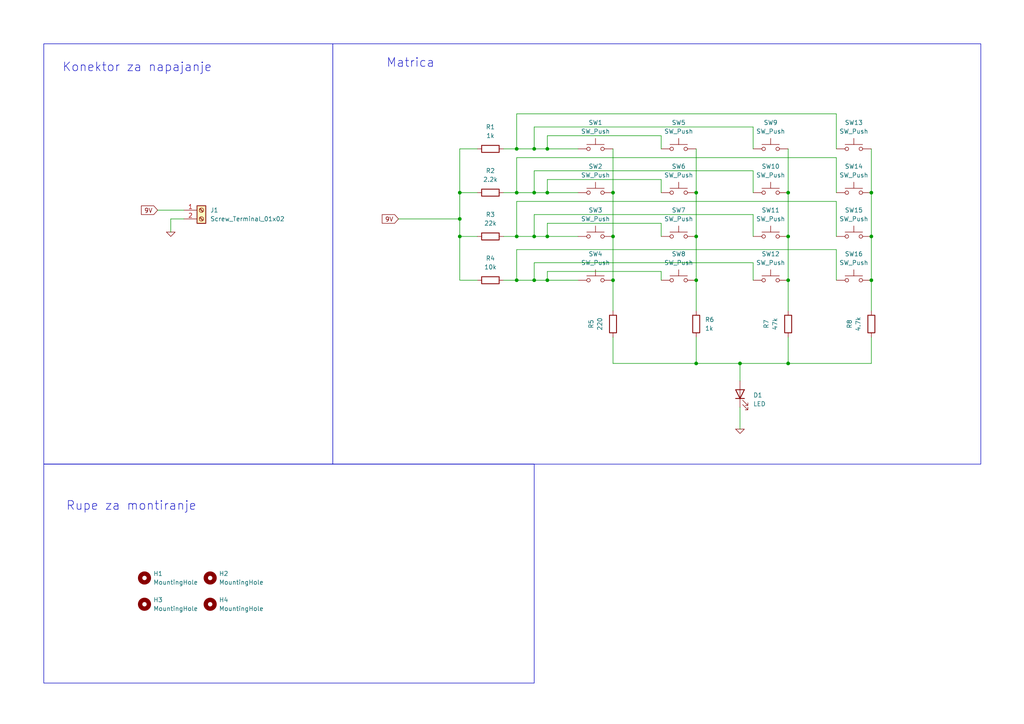
<source format=kicad_sch>
(kicad_sch (version 20231120) (generator "eeschema") (generator_version "8.0")
  (paper "A4")
  (title_block (title "Redna i paralelna otpornost") (date "14.02.2025."))
  (lib_symbols
    (symbol "Connector:Screw_Terminal_01x02" (pin_names (offset 1.016) hide)
      (property "Reference" "J" (at 0 2.54 0))
      (property "Value" "Screw_Terminal_01x02" (at 0 -5.08 0))
      (symbol "Screw_Terminal_01x02_1_1"
        (rectangle (start -1.27 1.27) (end 1.27 -3.81) (stroke (width 0.254)) (fill (type background)))
        (circle (center 0 -2.54) (radius 0.635) (stroke (width 0.1524)))
        (polyline (pts (xy -0.5334 -2.2098) (xy 0.3302 -3.048)) (stroke (width 0.1524)))
        (polyline (pts (xy -0.5334 0.3302) (xy 0.3302 -0.508)) (stroke (width 0.1524)))
        (polyline (pts (xy -0.3556 -2.032) (xy 0.508 -2.8702)) (stroke (width 0.1524)))
        (polyline (pts (xy -0.3556 0.508) (xy 0.508 -0.3302)) (stroke (width 0.1524)))
        (circle (center 0 0) (radius 0.635) (stroke (width 0.1524)))
        (pin passive line (at -5.08 0 0) (length 3.81) (name "Pin_1") (number "1"))
        (pin passive line (at -5.08 -2.54 0) (length 3.81) (name "Pin_2") (number "2"))
      )
    )
    (symbol "Device:LED" (pin_numbers hide) (pin_names (offset 1.016) hide)
      (property "Reference" "D" (at 0 2.54 0))
      (property "Value" "LED" (at 0 -2.54 0))
      (symbol "LED_0_1"
        (polyline (pts (xy -1.27 -1.27) (xy -1.27 1.27)) (stroke (width 0.254)))
        (polyline (pts (xy -1.27 0) (xy 1.27 0)))
        (polyline (pts (xy 1.27 -1.27) (xy 1.27 1.27) (xy -1.27 0) (xy 1.27 -1.27)) (stroke (width 0.254)))
        (polyline (pts (xy -3.048 -0.762) (xy -4.572 -2.286) (xy -3.81 -2.286) (xy -4.572 -2.286) (xy -4.572 -1.524)))
        (polyline (pts (xy -1.778 -0.762) (xy -3.302 -2.286) (xy -2.54 -2.286) (xy -3.302 -2.286) (xy -3.302 -1.524)))
      )
      (symbol "LED_1_1"
        (pin passive line (at -3.81 0 0) (length 2.54) (name "K") (number "1"))
        (pin passive line (at 3.81 0 180) (length 2.54) (name "A") (number "2"))
      )
    )
    (symbol "Device:R" (pin_numbers hide) (pin_names (offset 0))
      (property "Reference" "R" (at 2.032 0 90))
      (property "Value" "R" (at 0 0 90))
      (symbol "R_0_1"
        (rectangle (start -1.016 -2.54) (end 1.016 2.54) (stroke (width 0.254)))
      )
      (symbol "R_1_1"
        (pin passive line (at 0 3.81 270) (length 1.27) (name "~") (number "1"))
        (pin passive line (at 0 -3.81 90) (length 1.27) (name "~") (number "2"))
      )
    )
    (symbol "Mechanical:MountingHole" (pin_names (offset 1.016))
      (property "Reference" "H" (at 0 5.08 0))
      (property "Value" "MountingHole" (at 0 3.175 0))
      (symbol "MountingHole_0_1"
        (circle (center 0 0) (radius 1.27) (stroke (width 1.27)))
      )
    )
    (symbol "Simulation_SPICE:0" (power) (pin_names (offset 0))
      (property "Value" "0" (at 0 -1.778 0))
      (symbol "0_0_1"
        (polyline (pts (xy -1.27 0) (xy 0 -1.27) (xy 1.27 0) (xy -1.27 0)))
      )
      (symbol "0_1_1"
        (pin power_in line (at 0 0 0) (length 0) hide (name "0") (number "1"))
      )
    )
    (symbol "Switch:SW_Push" (pin_numbers hide) (pin_names (offset 1.016) hide)
      (property "Reference" "SW" (at 1.27 2.54 0))
      (property "Value" "SW_Push" (at 0 -1.524 0))
      (symbol "SW_Push_0_1"
        (circle (center -2.032 0) (radius 0.508))
        (polyline (pts (xy 0 1.27) (xy 0 3.048)))
        (polyline (pts (xy 2.54 1.27) (xy -2.54 1.27)))
        (circle (center 2.032 0) (radius 0.508))
        (pin passive line (at -5.08 0 0) (length 2.54) (name "1") (number "1"))
        (pin passive line (at 5.08 0 180) (length 2.54) (name "2") (number "2"))
      )
    )
  )
  (junction (at 154.94 81.28))
  (junction (at 149.86 43.18))
  (junction (at 154.94 68.58))
  (junction (at 228.6 68.58))
  (junction (at 158.75 81.28))
  (junction (at 177.8 55.88))
  (junction (at 133.35 68.58))
  (junction (at 158.75 68.58))
  (junction (at 228.6 55.88))
  (junction (at 158.75 43.18))
  (junction (at 201.93 55.88))
  (junction (at 228.6 81.28))
  (junction (at 177.8 68.58))
  (junction (at 201.93 68.58))
  (junction (at 149.86 68.58))
  (junction (at 149.86 81.28))
  (junction (at 214.63 105.41))
  (junction (at 149.86 55.88))
  (junction (at 228.6 105.41))
  (junction (at 154.94 55.88))
  (junction (at 133.35 55.88))
  (junction (at 252.73 55.88))
  (junction (at 201.93 81.28))
  (junction (at 133.35 63.5))
  (junction (at 252.73 68.58))
  (junction (at 201.93 105.41))
  (junction (at 154.94 43.18))
  (junction (at 252.73 81.28))
  (junction (at 158.75 55.88))
  (junction (at 177.8 81.28))
  (wire (pts (xy 158.75 81.28) (xy 158.75 78.74)))
  (wire (pts (xy 158.75 78.74) (xy 191.77 78.74)))
  (wire (pts (xy 201.93 43.18) (xy 201.93 55.88)))
  (wire (pts (xy 158.75 55.88) (xy 158.75 52.07)))
  (wire (pts (xy 154.94 43.18) (xy 158.75 43.18)))
  (wire (pts (xy 158.75 64.77) (xy 158.75 68.58)))
  (wire (pts (xy 252.73 68.58) (xy 252.73 81.28)))
  (wire (pts (xy 149.86 58.42) (xy 149.86 68.58)))
  (wire (pts (xy 133.35 81.28) (xy 138.43 81.28)))
  (wire (pts (xy 201.93 97.79) (xy 201.93 105.41)))
  (wire (pts (xy 201.93 68.58) (xy 201.93 81.28)))
  (wire (pts (xy 191.77 68.58) (xy 191.77 64.77)))
  (wire (pts (xy 214.63 105.41) (xy 228.6 105.41)))
  (wire (pts (xy 154.94 36.83) (xy 154.94 43.18)))
  (wire (pts (xy 218.44 62.23) (xy 154.94 62.23)))
  (wire (pts (xy 138.43 43.18) (xy 133.35 43.18)))
  (wire (pts (xy 158.75 43.18) (xy 167.64 43.18)))
  (wire (pts (xy 242.57 68.58) (xy 242.57 58.42)))
  (wire (pts (xy 201.93 81.28) (xy 201.93 90.17)))
  (wire (pts (xy 242.57 43.18) (xy 242.57 33.02)))
  (wire (pts (xy 191.77 39.37) (xy 191.77 43.18)))
  (wire (pts (xy 252.73 55.88) (xy 252.73 68.58)))
  (wire (pts (xy 154.94 55.88) (xy 158.75 55.88)))
  (wire (pts (xy 218.44 76.2) (xy 218.44 81.28)))
  (wire (pts (xy 154.94 68.58) (xy 158.75 68.58)))
  (wire (pts (xy 146.05 55.88) (xy 149.86 55.88)))
  (wire (pts (xy 149.86 81.28) (xy 149.86 72.39)))
  (wire (pts (xy 154.94 81.28) (xy 158.75 81.28)))
  (wire (pts (xy 149.86 45.72) (xy 242.57 45.72)))
  (wire (pts (xy 218.44 43.18) (xy 218.44 36.83)))
  (wire (pts (xy 177.8 81.28) (xy 177.8 90.17)))
  (wire (pts (xy 201.93 105.41) (xy 214.63 105.41)))
  (wire (pts (xy 177.8 43.18) (xy 177.8 55.88)))
  (wire (pts (xy 242.57 33.02) (xy 149.86 33.02)))
  (wire (pts (xy 158.75 68.58) (xy 167.64 68.58)))
  (wire (pts (xy 242.57 72.39) (xy 242.57 81.28)))
  (wire (pts (xy 149.86 81.28) (xy 154.94 81.28)))
  (wire (pts (xy 154.94 49.53) (xy 218.44 49.53)))
  (wire (pts (xy 158.75 55.88) (xy 167.64 55.88)))
  (wire (pts (xy 228.6 55.88) (xy 228.6 68.58)))
  (wire (pts (xy 177.8 55.88) (xy 177.8 68.58)))
  (wire (pts (xy 53.34 60.96) (xy 45.72 60.96)))
  (wire (pts (xy 218.44 36.83) (xy 154.94 36.83)))
  (wire (pts (xy 133.35 68.58) (xy 133.35 81.28)))
  (wire (pts (xy 252.73 81.28) (xy 252.73 90.17)))
  (wire (pts (xy 214.63 105.41) (xy 214.63 110.49)))
  (wire (pts (xy 158.75 81.28) (xy 167.64 81.28)))
  (wire (pts (xy 218.44 49.53) (xy 218.44 55.88)))
  (wire (pts (xy 158.75 39.37) (xy 191.77 39.37)))
  (wire (pts (xy 242.57 58.42) (xy 149.86 58.42)))
  (wire (pts (xy 149.86 55.88) (xy 154.94 55.88)))
  (wire (pts (xy 149.86 33.02) (xy 149.86 43.18)))
  (wire (pts (xy 154.94 55.88) (xy 154.94 49.53)))
  (wire (pts (xy 228.6 81.28) (xy 228.6 90.17)))
  (wire (pts (xy 242.57 45.72) (xy 242.57 55.88)))
  (wire (pts (xy 133.35 68.58) (xy 138.43 68.58)))
  (wire (pts (xy 177.8 105.41) (xy 201.93 105.41)))
  (wire (pts (xy 228.6 105.41) (xy 252.73 105.41)))
  (wire (pts (xy 149.86 55.88) (xy 149.86 45.72)))
  (wire (pts (xy 228.6 68.58) (xy 228.6 81.28)))
  (wire (pts (xy 146.05 81.28) (xy 149.86 81.28)))
  (wire (pts (xy 191.77 52.07) (xy 191.77 55.88)))
  (wire (pts (xy 133.35 63.5) (xy 133.35 68.58)))
  (wire (pts (xy 158.75 52.07) (xy 191.77 52.07)))
  (wire (pts (xy 146.05 43.18) (xy 149.86 43.18)))
  (wire (pts (xy 158.75 43.18) (xy 158.75 39.37)))
  (wire (pts (xy 115.57 63.5) (xy 133.35 63.5)))
  (wire (pts (xy 133.35 55.88) (xy 138.43 55.88)))
  (wire (pts (xy 214.63 118.11) (xy 214.63 124.46)))
  (wire (pts (xy 154.94 62.23) (xy 154.94 68.58)))
  (wire (pts (xy 149.86 68.58) (xy 154.94 68.58)))
  (wire (pts (xy 49.53 63.5) (xy 53.34 63.5)))
  (wire (pts (xy 177.8 97.79) (xy 177.8 105.41)))
  (wire (pts (xy 154.94 81.28) (xy 154.94 76.2)))
  (wire (pts (xy 228.6 43.18) (xy 228.6 55.88)))
  (wire (pts (xy 133.35 43.18) (xy 133.35 55.88)))
  (wire (pts (xy 146.05 68.58) (xy 149.86 68.58)))
  (wire (pts (xy 149.86 72.39) (xy 242.57 72.39)))
  (wire (pts (xy 252.73 105.41) (xy 252.73 97.79)))
  (wire (pts (xy 191.77 78.74) (xy 191.77 81.28)))
  (wire (pts (xy 218.44 68.58) (xy 218.44 62.23)))
  (wire (pts (xy 154.94 76.2) (xy 218.44 76.2)))
  (wire (pts (xy 252.73 43.18) (xy 252.73 55.88)))
  (wire (pts (xy 149.86 43.18) (xy 154.94 43.18)))
  (wire (pts (xy 191.77 64.77) (xy 158.75 64.77)))
  (wire (pts (xy 49.53 63.5) (xy 49.53 67.31)))
  (wire (pts (xy 201.93 55.88) (xy 201.93 68.58)))
  (wire (pts (xy 177.8 68.58) (xy 177.8 81.28)))
  (wire (pts (xy 228.6 97.79) (xy 228.6 105.41)))
  (wire (pts (xy 133.35 55.88) (xy 133.35 63.5)))
  (rectangle (start 12.7 134.62) (end 154.94 198.12))
  (rectangle (start 96.52 12.7) (end 284.48 134.62))
  (rectangle (start 12.7 12.7) (end 96.52 134.62))
  (text "Konektor za napajanje" (at 18.034 21.082 0) (effects (font (size 2.54 2.54)) (justify left bottom)))
  (text "Rupe za montiranje" (at 38.1 146.812 0) (effects (font (size 2.54 2.54))))
  (text "Matrica" (at 112.014 19.812 0) (effects (font (size 2.54 2.54)) (justify left bottom)))
  (global_label "9V" (shape input) (at 45.72 60.96 180) (property "Intersheetrefs" "${INTERSHEET_REFS}" (effects (hide yes))))
  (global_label "9V" (shape input) (at 115.57 63.5 180) (property "Intersheetrefs" "${INTERSHEET_REFS}" (effects (hide yes))))
  (symbol (lib_id "Switch:SW_Push") (at 196.85 43.18 0) (unit 1)
    (property "Reference" "SW5" (at 196.85 35.56 0))
    (property "Value" "SW_Push" (at 196.85 38.1 0))
    (property "Footprint" "PEP_library:SW_PUSH_6mm_H4.3mm" (effects (hide yes)))
    (property "Description" "Push button switch, generic, two pins" (effects (hide yes)))
  )
  (symbol (lib_id "Device:LED") (at 214.63 114.3 90) (unit 1)
    (property "Reference" "D1" (at 218.44 114.6175 90) (effects (justify right)))
    (property "Value" "LED" (at 218.44 117.1575 90) (effects (justify right)))
    (property "Footprint" "LED_SMD:LED_0603_1608Metric_Pad1.05x0.95mm_HandSolder" (effects (hide yes)))
  )
  (symbol (lib_id "Switch:SW_Push") (at 196.85 68.58 0) (unit 1)
    (property "Reference" "SW7" (at 196.85 60.96 0))
    (property "Value" "SW_Push" (at 196.85 63.5 0))
    (property "Footprint" "PEP_library:SW_PUSH_6mm_H4.3mm" (effects (hide yes)))
    (property "Description" "Push button switch, generic, two pins" (effects (hide yes)))
  )
  (symbol (lib_id "Mechanical:MountingHole") (at 41.91 175.26 0) (unit 1)
    (property "Reference" "H3" (at 44.45 173.99 0) (effects (justify left)))
    (property "Value" "MountingHole" (at 44.45 176.53 0) (effects (justify left)))
    (property "Footprint" "MountingHole:MountingHole_3.2mm_M3_ISO14580_Pad_TopBottom" (effects (hide yes)))
  )
  (symbol (lib_id "Switch:SW_Push") (at 172.72 43.18 0) (unit 1)
    (property "Reference" "SW1" (at 172.72 35.56 0))
    (property "Value" "SW_Push" (at 172.72 38.1 0))
    (property "Footprint" "PEP_library:SW_PUSH_6mm_H4.3mm" (effects (hide yes)))
    (property "Description" "Push button switch, generic, two pins" (effects (hide yes)))
  )
  (symbol (lib_id "Device:R") (at 142.24 43.18 90) (unit 1)
    (property "Reference" "R1" (at 142.24 36.83 90))
    (property "Value" "1k" (at 142.24 39.37 90))
    (property "Footprint" "PEP_library:R_smd" (effects (hide yes)))
  )
  (symbol (lib_id "Device:R") (at 252.73 93.98 180) (unit 1)
    (property "Reference" "R8" (at 246.38 93.98 90))
    (property "Value" "4.7k" (at 248.92 93.98 90))
    (property "Footprint" "PEP_library:R_smd" (effects (hide yes)))
  )
  (symbol (lib_id "Switch:SW_Push") (at 196.85 81.28 0) (unit 1)
    (property "Reference" "SW8" (at 196.85 73.66 0))
    (property "Value" "SW_Push" (at 196.85 76.2 0))
    (property "Footprint" "PEP_library:SW_PUSH_6mm_H4.3mm" (effects (hide yes)))
    (property "Description" "Push button switch, generic, two pins" (effects (hide yes)))
  )
  (symbol (lib_id "Switch:SW_Push") (at 172.72 81.28 0) (unit 1)
    (property "Reference" "SW4" (at 172.72 73.66 0))
    (property "Value" "SW_Push" (at 172.72 76.2 0))
    (property "Footprint" "PEP_library:SW_PUSH_6mm_H4.3mm" (effects (hide yes)))
    (property "Description" "Push button switch, generic, two pins" (effects (hide yes)))
  )
  (symbol (lib_id "Simulation_SPICE:0") (at 49.53 67.31 0) (unit 1)
    (property "Reference" "#GND01" (effects (hide yes)))
    (property "Value" "0" (effects (hide yes)))
  )
  (symbol (lib_id "Switch:SW_Push") (at 172.72 68.58 0) (unit 1)
    (property "Reference" "SW3" (at 172.72 60.96 0))
    (property "Value" "SW_Push" (at 172.72 63.5 0))
    (property "Footprint" "PEP_library:SW_PUSH_6mm_H4.3mm" (effects (hide yes)))
    (property "Description" "Push button switch, generic, two pins" (effects (hide yes)))
  )
  (symbol (lib_id "Mechanical:MountingHole") (at 60.96 167.64 0) (unit 1)
    (property "Reference" "H2" (at 63.5 166.37 0) (effects (justify left)))
    (property "Value" "MountingHole" (at 63.5 168.91 0) (effects (justify left)))
    (property "Footprint" "MountingHole:MountingHole_3.2mm_M3_ISO14580_Pad_TopBottom" (effects (hide yes)))
  )
  (symbol (lib_id "Mechanical:MountingHole") (at 41.91 167.64 0) (unit 1)
    (property "Reference" "H1" (at 44.45 166.37 0) (effects (justify left)))
    (property "Value" "MountingHole" (at 44.45 168.91 0) (effects (justify left)))
    (property "Footprint" "MountingHole:MountingHole_3.2mm_M3_ISO14580_Pad_TopBottom" (effects (hide yes)))
  )
  (symbol (lib_id "Device:R") (at 177.8 93.98 180) (unit 1)
    (property "Reference" "R5" (at 171.45 93.98 90))
    (property "Value" "220" (at 173.99 93.98 90))
    (property "Footprint" "PEP_library:R_smd" (effects (hide yes)))
  )
  (symbol (lib_id "Simulation_SPICE:0") (at 214.63 124.46 0) (unit 1)
    (property "Reference" "#GND03" (effects (hide yes)))
    (property "Value" "0" (effects (hide yes)))
  )
  (symbol (lib_id "Switch:SW_Push") (at 172.72 55.88 0) (unit 1)
    (property "Reference" "SW2" (at 172.72 48.26 0))
    (property "Value" "SW_Push" (at 172.72 50.8 0))
    (property "Footprint" "PEP_library:SW_PUSH_6mm_H4.3mm" (effects (hide yes)))
    (property "Description" "Push button switch, generic, two pins" (effects (hide yes)))
  )
  (symbol (lib_id "Mechanical:MountingHole") (at 60.96 175.26 0) (unit 1)
    (property "Reference" "H4" (at 63.5 173.99 0) (effects (justify left)))
    (property "Value" "MountingHole" (at 63.5 176.53 0) (effects (justify left)))
    (property "Footprint" "MountingHole:MountingHole_3.2mm_M3_ISO14580_Pad_TopBottom" (effects (hide yes)))
  )
  (symbol (lib_id "Device:R") (at 228.6 93.98 180) (unit 1)
    (property "Reference" "R7" (at 222.25 93.98 90))
    (property "Value" "47k" (at 224.79 93.98 90))
    (property "Footprint" "PEP_library:R_smd" (effects (hide yes)))
  )
  (symbol (lib_id "Switch:SW_Push") (at 247.65 55.88 0) (unit 1)
    (property "Reference" "SW14" (at 247.65 48.26 0))
    (property "Value" "SW_Push" (at 247.65 50.8 0))
    (property "Footprint" "PEP_library:SW_PUSH_6mm_H4.3mm" (effects (hide yes)))
    (property "Description" "Push button switch, generic, two pins" (effects (hide yes)))
  )
  (symbol (lib_id "Switch:SW_Push") (at 223.52 43.18 0) (unit 1)
    (property "Reference" "SW9" (at 223.52 35.56 0))
    (property "Value" "SW_Push" (at 223.52 38.1 0))
    (property "Footprint" "PEP_library:SW_PUSH_6mm_H4.3mm" (effects (hide yes)))
    (property "Description" "Push button switch, generic, two pins" (effects (hide yes)))
  )
  (symbol (lib_id "Switch:SW_Push") (at 247.65 81.28 0) (unit 1)
    (property "Reference" "SW16" (at 247.65 73.66 0))
    (property "Value" "SW_Push" (at 247.65 76.2 0))
    (property "Footprint" "PEP_library:SW_PUSH_6mm_H4.3mm" (effects (hide yes)))
    (property "Description" "Push button switch, generic, two pins" (effects (hide yes)))
  )
  (symbol (lib_id "Device:R") (at 142.24 55.88 90) (unit 1)
    (property "Reference" "R2" (at 142.24 49.53 90))
    (property "Value" "2.2k" (at 142.24 52.07 90))
    (property "Footprint" "PEP_library:R_smd" (effects (hide yes)))
  )
  (symbol (lib_id "Switch:SW_Push") (at 223.52 55.88 0) (unit 1)
    (property "Reference" "SW10" (at 223.52 48.26 0))
    (property "Value" "SW_Push" (at 223.52 50.8 0))
    (property "Footprint" "PEP_library:SW_PUSH_6mm_H4.3mm" (effects (hide yes)))
    (property "Description" "Push button switch, generic, two pins" (effects (hide yes)))
  )
  (symbol (lib_id "Switch:SW_Push") (at 247.65 68.58 0) (unit 1)
    (property "Reference" "SW15" (at 247.65 60.96 0))
    (property "Value" "SW_Push" (at 247.65 63.5 0))
    (property "Footprint" "PEP_library:SW_PUSH_6mm_H4.3mm" (effects (hide yes)))
    (property "Description" "Push button switch, generic, two pins" (effects (hide yes)))
  )
  (symbol (lib_id "Device:R") (at 142.24 68.58 90) (unit 1)
    (property "Reference" "R3" (at 142.24 62.23 90))
    (property "Value" "22k" (at 142.24 64.77 90))
    (property "Footprint" "PEP_library:R_smd" (effects (hide yes)))
  )
  (symbol (lib_id "Connector:Screw_Terminal_01x02") (at 58.42 60.96 0) (unit 1) (exclude_from_sim yes)
    (property "Reference" "J1" (at 60.96 60.96 0) (effects (justify left)))
    (property "Value" "Screw_Terminal_01x02" (at 60.96 63.5 0) (effects (justify left)))
    (property "Footprint" "PEP_library:TerminalBlock_Phoenix_MKDS-1,5-2-5.08_1x02_P5.08mm_Horizontal" (effects (hide yes)))
  )
  (symbol (lib_id "Device:R") (at 142.24 81.28 90) (unit 1)
    (property "Reference" "R4" (at 142.24 74.93 90))
    (property "Value" "10k" (at 142.24 77.47 90))
    (property "Footprint" "PEP_library:R_smd" (effects (hide yes)))
  )
  (symbol (lib_id "Switch:SW_Push") (at 196.85 55.88 0) (unit 1)
    (property "Reference" "SW6" (at 196.85 48.26 0))
    (property "Value" "SW_Push" (at 196.85 50.8 0))
    (property "Footprint" "PEP_library:SW_PUSH_6mm_H4.3mm" (effects (hide yes)))
    (property "Description" "Push button switch, generic, two pins" (effects (hide yes)))
  )
  (symbol (lib_id "Switch:SW_Push") (at 223.52 81.28 0) (unit 1)
    (property "Reference" "SW12" (at 223.52 73.66 0))
    (property "Value" "SW_Push" (at 223.52 76.2 0))
    (property "Footprint" "PEP_library:SW_PUSH_6mm_H4.3mm" (effects (hide yes)))
    (property "Description" "Push button switch, generic, two pins" (effects (hide yes)))
  )
  (symbol (lib_id "Device:R") (at 201.93 93.98 180) (unit 1)
    (property "Reference" "R6" (at 204.47 92.7099 0) (effects (justify right)))
    (property "Value" "1k" (at 204.47 95.2499 0) (effects (justify right)))
    (property "Footprint" "PEP_library:R_smd" (effects (hide yes)))
  )
  (symbol (lib_id "Switch:SW_Push") (at 223.52 68.58 0) (unit 1)
    (property "Reference" "SW11" (at 223.52 60.96 0))
    (property "Value" "SW_Push" (at 223.52 63.5 0))
    (property "Footprint" "PEP_library:SW_PUSH_6mm_H4.3mm" (effects (hide yes)))
    (property "Description" "Push button switch, generic, two pins" (effects (hide yes)))
  )
  (symbol (lib_id "Switch:SW_Push") (at 247.65 43.18 0) (unit 1)
    (property "Reference" "SW13" (at 247.65 35.56 0))
    (property "Value" "SW_Push" (at 247.65 38.1 0))
    (property "Footprint" "PEP_library:SW_PUSH_6mm_H4.3mm" (effects (hide yes)))
    (property "Description" "Push button switch, generic, two pins" (effects (hide yes)))
  )
)
</source>
